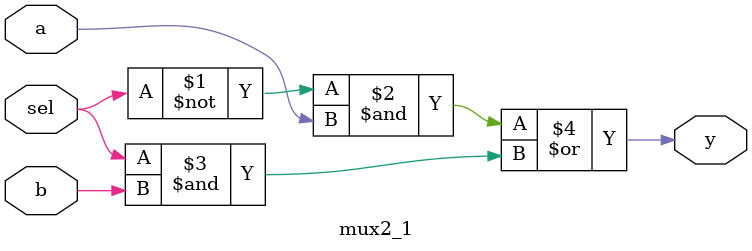
<source format=v>
module mux2_1 (a,
               b,
               sel,
               y);
 
       input  a,
              b,
              sel;
       output y;

assign y = (~sel&a)|(sel&b);

endmodule 

</source>
